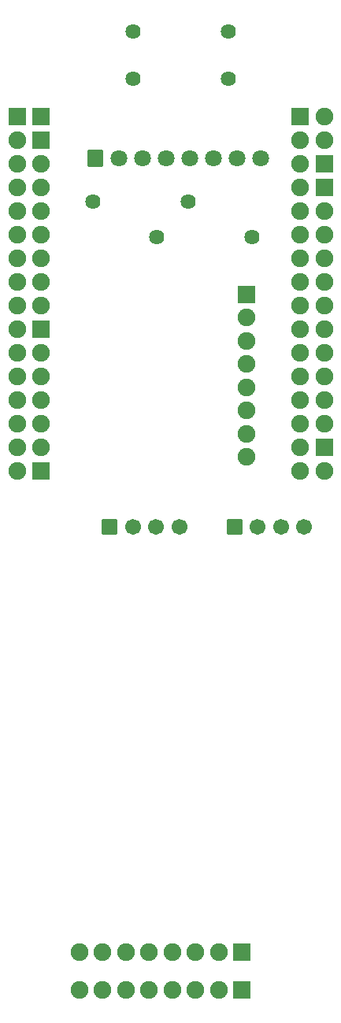
<source format=gbs>
G04 Layer: BottomSolderMaskLayer*
G04 EasyEDA v6.5.29, 2023-07-17 12:51:40*
G04 808404bb7cf74e47bcb3a87537bd774a,526de7724db94d99884824a7b7aad82a,10*
G04 Gerber Generator version 0.2*
G04 Scale: 100 percent, Rotated: No, Reflected: No *
G04 Dimensions in millimeters *
G04 leading zeros omitted , absolute positions ,4 integer and 5 decimal *
%FSLAX45Y45*%
%MOMM*%

%AMMACRO1*1,1,$1,$2,$3*1,1,$1,$4,$5*1,1,$1,0-$2,0-$3*1,1,$1,0-$4,0-$5*20,1,$1,$2,$3,$4,$5,0*20,1,$1,$4,$5,0-$2,0-$3,0*20,1,$1,0-$2,0-$3,0-$4,0-$5,0*20,1,$1,0-$4,0-$5,$2,$3,0*4,1,4,$2,$3,$4,$5,0-$2,0-$3,0-$4,0-$5,$2,$3,0*%
%ADD10MACRO1,0.1016X-0.9X0.9X-0.9X-0.9*%
%ADD11MACRO1,0.1016X-0.9X-0.9X-0.9X0.9*%
%ADD12C,1.9016*%
%ADD13C,1.6256*%
%ADD14C,1.8016*%
%ADD15MACRO1,0.1016X-0.7874X0.85X0.7874X0.85*%
%ADD16MACRO1,0.1016X0.9X0.9X0.9X-0.9*%
%ADD17MACRO1,0.1016X0.85X-0.9X-0.85X-0.9*%
%ADD18MACRO1,0.1016X0.9X0.85X0.9X-0.85*%
%ADD19C,1.7016*%
%ADD20MACRO1,0.1016X0.8X0.8X0.8X-0.8*%

%LPD*%
D10*
G01*
X1140993Y12269774D03*
D11*
G01*
X1140993Y12015774D03*
D12*
G01*
X1140993Y11761774D03*
G01*
X1140993Y11507774D03*
G01*
X1140993Y11253774D03*
G01*
X1140993Y10999774D03*
G01*
X1140993Y10745774D03*
G01*
X1140993Y10491774D03*
G01*
X1140993Y10237774D03*
D11*
G01*
X1140993Y9983774D03*
D12*
G01*
X1140993Y9729774D03*
G01*
X1140993Y9475774D03*
G01*
X1140993Y9221774D03*
G01*
X1140993Y8967774D03*
G01*
X1140993Y8713774D03*
D11*
G01*
X1140993Y8459774D03*
D12*
G01*
X4188002Y12269774D03*
G01*
X4188002Y12015774D03*
D11*
G01*
X4188002Y11761774D03*
G01*
X4188002Y11507774D03*
D12*
G01*
X4188002Y11253774D03*
G01*
X4188002Y10999774D03*
G01*
X4188002Y10745774D03*
G01*
X4188002Y10491774D03*
G01*
X4188002Y10237774D03*
G01*
X4188002Y9983774D03*
G01*
X4188002Y9729774D03*
G01*
X4188002Y9475774D03*
G01*
X4188002Y9221774D03*
G01*
X4188002Y8967774D03*
D11*
G01*
X4188002Y8713774D03*
D12*
G01*
X4188002Y8459774D03*
D13*
G01*
X2724810Y11353800D03*
G01*
X1694789Y11353800D03*
D14*
G01*
X3505200Y11823725D03*
G01*
X3251200Y11823725D03*
G01*
X2997200Y11823725D03*
G01*
X2743200Y11823725D03*
G01*
X2489200Y11823725D03*
G01*
X2235200Y11823725D03*
G01*
X1981200Y11823725D03*
D15*
G01*
X1727200Y11823725D03*
D13*
G01*
X3410610Y10972800D03*
G01*
X2380589Y10972800D03*
G01*
X3156610Y13182625D03*
G01*
X2126589Y13182625D03*
G01*
X2126589Y12674625D03*
G01*
X3156610Y12674625D03*
D16*
G01*
X881786Y12269774D03*
D12*
G01*
X881786Y12015774D03*
G01*
X881786Y11761774D03*
G01*
X881786Y11507774D03*
G01*
X881786Y11253774D03*
G01*
X881786Y10999774D03*
G01*
X881786Y10745774D03*
G01*
X881786Y10491774D03*
G01*
X881786Y10237774D03*
G01*
X881786Y9983774D03*
G01*
X881786Y9729774D03*
G01*
X881786Y9475774D03*
G01*
X881786Y9221774D03*
G01*
X881786Y8967774D03*
G01*
X881786Y8713774D03*
G01*
X881786Y8459774D03*
D16*
G01*
X3928795Y12269774D03*
D12*
G01*
X3928795Y12015774D03*
G01*
X3928795Y11761774D03*
G01*
X3928795Y11507774D03*
G01*
X3928795Y11253774D03*
G01*
X3928795Y10999774D03*
G01*
X3928795Y10745774D03*
G01*
X3928795Y10491774D03*
G01*
X3928795Y10237774D03*
G01*
X3928795Y9983774D03*
G01*
X3928795Y9729774D03*
G01*
X3928795Y9475774D03*
G01*
X3928795Y9221774D03*
G01*
X3928795Y8967774D03*
G01*
X3928795Y8713774D03*
G01*
X3928795Y8459774D03*
D17*
G01*
X3300690Y2882901D03*
D12*
G01*
X3050717Y2882900D03*
G01*
X2800705Y2882900D03*
G01*
X2550718Y2882900D03*
G01*
X2300681Y2882900D03*
G01*
X2050719Y2882900D03*
G01*
X1800707Y2882900D03*
G01*
X1550720Y2882900D03*
D17*
G01*
X3300690Y3289301D03*
D12*
G01*
X3050717Y3289300D03*
G01*
X2800705Y3289300D03*
G01*
X2550718Y3289300D03*
G01*
X2300681Y3289300D03*
G01*
X2050719Y3289300D03*
G01*
X1800707Y3289300D03*
G01*
X1550720Y3289300D03*
D18*
G01*
X3352798Y10359896D03*
D12*
G01*
X3352800Y10109911D03*
G01*
X3352800Y9859899D03*
G01*
X3352800Y9609912D03*
G01*
X3352800Y9359900D03*
G01*
X3352800Y9109913D03*
G01*
X3352800Y8859901D03*
G01*
X3352800Y8609914D03*
D19*
G01*
X2377617Y7861300D03*
G01*
X2627604Y7861300D03*
D20*
G01*
X1877606Y7861300D03*
D19*
G01*
X2127605Y7861300D03*
G01*
X3719118Y7861300D03*
G01*
X3969105Y7861300D03*
D20*
G01*
X3219107Y7861300D03*
D19*
G01*
X3469081Y7861300D03*
M02*

</source>
